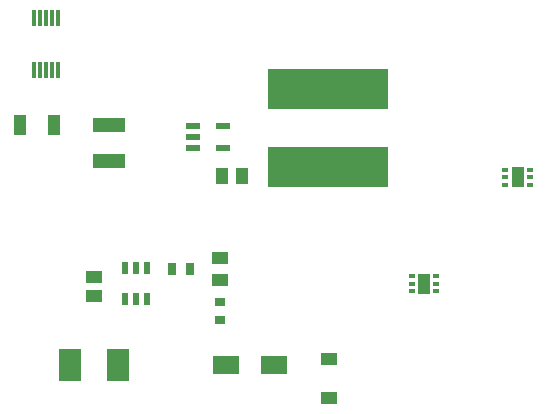
<source format=gbr>
%TF.GenerationSoftware,KiCad,Pcbnew,7.0.4*%
%TF.CreationDate,2023-05-30T06:19:14+05:30*%
%TF.ProjectId,1,312e6b69-6361-4645-9f70-636258585858,rev?*%
%TF.SameCoordinates,Original*%
%TF.FileFunction,Paste,Top*%
%TF.FilePolarity,Positive*%
%FSLAX46Y46*%
G04 Gerber Fmt 4.6, Leading zero omitted, Abs format (unit mm)*
G04 Created by KiCad (PCBNEW 7.0.4) date 2023-05-30 06:19:14*
%MOMM*%
%LPD*%
G01*
G04 APERTURE LIST*
%ADD10R,0.300000X1.425000*%
%ADD11R,1.020000X1.470000*%
%ADD12R,1.117600X1.752600*%
%ADD13R,0.800000X1.000000*%
%ADD14R,0.600000X0.350000*%
%ADD15R,1.100000X1.700000*%
%ADD16R,1.200000X0.600000*%
%ADD17R,0.550000X1.050000*%
%ADD18R,0.812800X0.762000*%
%ADD19R,2.200000X1.550000*%
%ADD20R,1.400000X1.000000*%
%ADD21R,2.700000X1.150000*%
%ADD22R,1.470000X1.020000*%
%ADD23R,1.981200X2.794000*%
%ADD24R,10.210800X3.505200*%
%ADD25R,1.350000X1.100000*%
G04 APERTURE END LIST*
D10*
%TO.C,U1*%
X126000000Y-77904000D03*
X126500000Y-77904000D03*
X127000000Y-77904000D03*
X127500000Y-77904000D03*
X128000000Y-77904000D03*
X128000000Y-73480000D03*
X127500000Y-73480000D03*
X127000000Y-73480000D03*
X126500000Y-73480000D03*
X126000000Y-73480000D03*
%TD*%
D11*
%TO.C,C4*%
X143558000Y-86868000D03*
X141938000Y-86868000D03*
%TD*%
D12*
%TO.C,R5*%
X124764800Y-82550000D03*
X127711200Y-82550000D03*
%TD*%
D13*
%TO.C,R3*%
X137630000Y-94742000D03*
X139230000Y-94742000D03*
%TD*%
D14*
%TO.C,F2*%
X160050000Y-96650000D03*
X160050000Y-96000000D03*
X160050000Y-95350000D03*
X157950000Y-95350000D03*
X157950000Y-96000000D03*
X157950000Y-96650000D03*
D15*
X159000000Y-96000000D03*
%TD*%
D16*
%TO.C,Buck_IC1*%
X139466000Y-82616000D03*
X139466000Y-83566000D03*
X139466000Y-84516000D03*
X141966000Y-84516000D03*
X141966000Y-82616000D03*
%TD*%
D14*
%TO.C,F1*%
X168000000Y-87650000D03*
X168000000Y-87000000D03*
X168000000Y-86350000D03*
X165900000Y-86350000D03*
X165900000Y-87000000D03*
X165900000Y-87650000D03*
D15*
X166950000Y-87000000D03*
%TD*%
D17*
%TO.C,Boost_IC1*%
X133670000Y-97312000D03*
X134620000Y-97312000D03*
X135570000Y-97312000D03*
X135570000Y-94712000D03*
X134620000Y-94712000D03*
X133670000Y-94712000D03*
%TD*%
D18*
%TO.C,R2*%
X141732000Y-99072700D03*
X141732000Y-97523300D03*
%TD*%
D19*
%TO.C,D1*%
X146322000Y-102870000D03*
X142222000Y-102870000D03*
%TD*%
D20*
%TO.C,R1*%
X141732000Y-95692000D03*
X141732000Y-93792000D03*
%TD*%
D21*
%TO.C,C3*%
X132334000Y-85574000D03*
X132334000Y-82574000D03*
%TD*%
D22*
%TO.C,C1*%
X131064000Y-95456000D03*
X131064000Y-97076000D03*
%TD*%
D23*
%TO.C,L1*%
X129032000Y-102870000D03*
X133096000Y-102870000D03*
%TD*%
D24*
%TO.C,L2*%
X150876000Y-79502000D03*
X150876000Y-86106000D03*
%TD*%
D25*
%TO.C,C2*%
X151000000Y-105650000D03*
X151000000Y-102350000D03*
%TD*%
M02*

</source>
